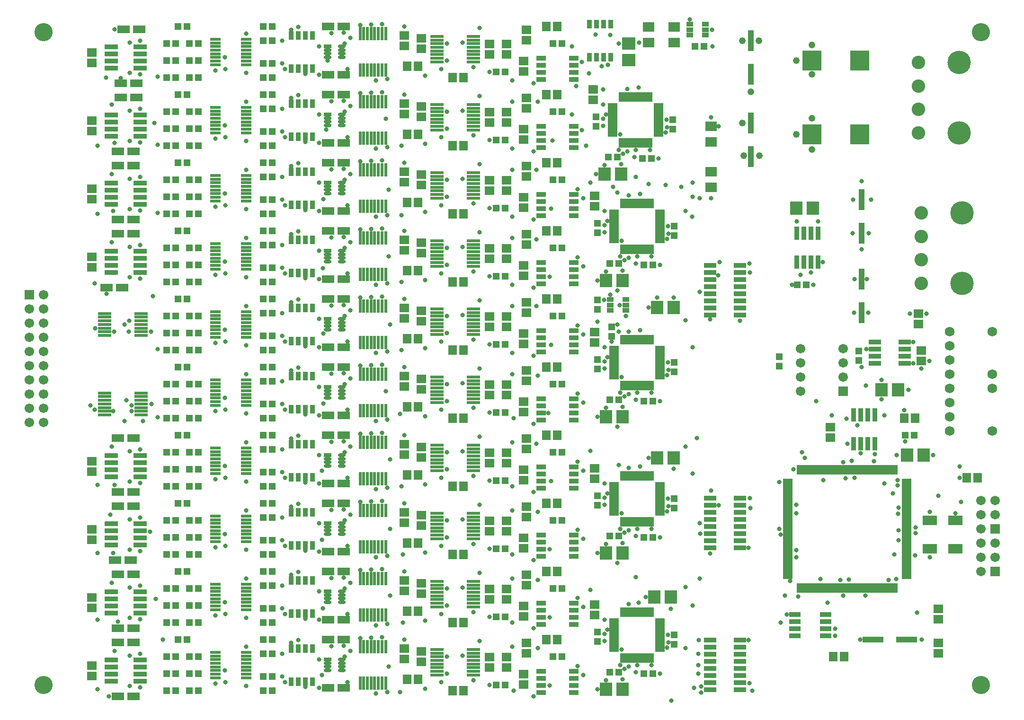
<source format=gts>
%FSLAX23Y23*%
%MOIN*%
G70*
G01*
G75*
%ADD10R,0.051X0.059*%
%ADD11R,0.043X0.039*%
%ADD12R,0.061X0.024*%
%ADD13R,0.059X0.051*%
%ADD14R,0.085X0.016*%
%ADD15R,0.085X0.016*%
%ADD16R,0.063X0.012*%
%ADD17R,0.079X0.087*%
%ADD18R,0.012X0.063*%
%ADD19R,0.016X0.085*%
%ADD20R,0.016X0.085*%
%ADD21R,0.065X0.012*%
%ADD22R,0.048X0.017*%
%ADD23O,0.048X0.017*%
%ADD24R,0.024X0.055*%
%ADD25R,0.079X0.047*%
%ADD26R,0.087X0.024*%
%ADD27R,0.087X0.024*%
%ADD28R,0.039X0.043*%
%ADD29R,0.024X0.087*%
%ADD30R,0.024X0.087*%
%ADD31R,0.031X0.142*%
%ADD32R,0.071X0.063*%
%ADD33R,0.124X0.136*%
%ADD34R,0.087X0.079*%
%ADD35R,0.039X0.024*%
%ADD36R,0.081X0.024*%
%ADD37R,0.073X0.024*%
%ADD38R,0.091X0.059*%
%ADD39R,0.142X0.031*%
%ADD40C,0.010*%
%ADD41C,0.008*%
%ADD42C,0.040*%
%ADD43C,0.012*%
%ADD44C,0.016*%
%ADD45C,0.020*%
%ADD46C,0.030*%
%ADD47R,0.059X0.059*%
%ADD48C,0.059*%
%ADD49C,0.120*%
%ADD50C,0.157*%
%ADD51C,0.087*%
%ADD52C,0.059*%
%ADD53R,0.059X0.059*%
%ADD54C,0.060*%
%ADD55C,0.050*%
%ADD56C,0.025*%
%ADD57C,0.040*%
%ADD58C,0.010*%
%ADD59C,0.008*%
%ADD60C,0.007*%
%ADD61R,0.020X0.008*%
%ADD62C,0.002*%
%ADD63R,0.020X0.008*%
%ADD64R,0.008X0.020*%
%ADD65R,0.059X0.067*%
%ADD66R,0.051X0.047*%
%ADD67R,0.069X0.032*%
%ADD68R,0.067X0.059*%
%ADD69R,0.093X0.024*%
%ADD70R,0.093X0.024*%
%ADD71R,0.071X0.020*%
%ADD72R,0.087X0.095*%
%ADD73R,0.020X0.071*%
%ADD74R,0.024X0.093*%
%ADD75R,0.024X0.093*%
%ADD76R,0.073X0.020*%
%ADD77R,0.056X0.025*%
%ADD78O,0.056X0.025*%
%ADD79R,0.032X0.063*%
%ADD80R,0.087X0.055*%
%ADD81R,0.095X0.032*%
%ADD82R,0.095X0.032*%
%ADD83R,0.047X0.051*%
%ADD84R,0.032X0.095*%
%ADD85R,0.032X0.095*%
%ADD86R,0.039X0.150*%
%ADD87R,0.079X0.071*%
%ADD88R,0.132X0.144*%
%ADD89R,0.095X0.087*%
%ADD90R,0.047X0.032*%
%ADD91R,0.089X0.032*%
%ADD92R,0.081X0.032*%
%ADD93R,0.099X0.067*%
%ADD94R,0.150X0.039*%
%ADD95R,0.067X0.067*%
%ADD96C,0.067*%
%ADD97C,0.128*%
%ADD98C,0.165*%
%ADD99C,0.095*%
%ADD100C,0.067*%
%ADD101R,0.067X0.067*%
%ADD102C,0.068*%
%ADD103C,0.033*%
%ADD104C,0.048*%
D65*
X5817Y3520D02*
D03*
X5743D02*
D03*
X4837Y3240D02*
D03*
X4763D02*
D03*
X5157Y3160D02*
D03*
X5083D02*
D03*
X5817Y4000D02*
D03*
X5743D02*
D03*
X4837Y3720D02*
D03*
X4763D02*
D03*
X5157Y3640D02*
D03*
X5083D02*
D03*
X5817Y4480D02*
D03*
X5743D02*
D03*
X4837Y4200D02*
D03*
X4763D02*
D03*
X5157Y4120D02*
D03*
X5083D02*
D03*
X5817Y4960D02*
D03*
X5743D02*
D03*
X4837Y4680D02*
D03*
X4763D02*
D03*
X5157Y4600D02*
D03*
X5083D02*
D03*
X5817Y5440D02*
D03*
X5743D02*
D03*
X4837Y5160D02*
D03*
X4763D02*
D03*
X5157Y5080D02*
D03*
X5083D02*
D03*
X5817Y5920D02*
D03*
X5743D02*
D03*
X4837Y5640D02*
D03*
X4763D02*
D03*
X5157Y5560D02*
D03*
X5083D02*
D03*
X5817Y6400D02*
D03*
X5743D02*
D03*
X4837Y6120D02*
D03*
X4763D02*
D03*
X5157Y6040D02*
D03*
X5083D02*
D03*
X5817Y6880D02*
D03*
X5743D02*
D03*
X4837Y6600D02*
D03*
X4763D02*
D03*
X5157Y6520D02*
D03*
X5083D02*
D03*
X5817Y7360D02*
D03*
X5743D02*
D03*
X4837Y7080D02*
D03*
X4763D02*
D03*
X5157Y7000D02*
D03*
X5083D02*
D03*
X5817Y7840D02*
D03*
X5743D02*
D03*
X4837Y7560D02*
D03*
X4763D02*
D03*
X5157Y7480D02*
D03*
X5083D02*
D03*
X8703Y4660D02*
D03*
X8777D02*
D03*
X7837Y3400D02*
D03*
X7763D02*
D03*
X8337Y5080D02*
D03*
X8263D02*
D03*
D66*
X5787Y3400D02*
D03*
X5853D02*
D03*
X5453Y3200D02*
D03*
X5387D02*
D03*
X5787Y3880D02*
D03*
X5853D02*
D03*
X5453Y3680D02*
D03*
X5387D02*
D03*
X5787Y4360D02*
D03*
X5853D02*
D03*
X5453Y4160D02*
D03*
X5387D02*
D03*
X5787Y4840D02*
D03*
X5853D02*
D03*
X5453Y4640D02*
D03*
X5387D02*
D03*
X5787Y5320D02*
D03*
X5853D02*
D03*
X5787Y5800D02*
D03*
X5853D02*
D03*
X5453Y5600D02*
D03*
X5387D02*
D03*
X5787Y6280D02*
D03*
X5853D02*
D03*
X5453Y6080D02*
D03*
X5387D02*
D03*
X5787Y6760D02*
D03*
X5853D02*
D03*
X5453Y6560D02*
D03*
X5387D02*
D03*
X5787Y7240D02*
D03*
X5853D02*
D03*
X5453Y7040D02*
D03*
X5387D02*
D03*
X5853Y7720D02*
D03*
X3133Y5200D02*
D03*
X3067D02*
D03*
X3747Y3260D02*
D03*
X3813D02*
D03*
X3747Y3420D02*
D03*
X3813D02*
D03*
X3747Y3520D02*
D03*
X3813D02*
D03*
X3747Y3160D02*
D03*
X3813D02*
D03*
X3067Y3280D02*
D03*
X3133D02*
D03*
X3293D02*
D03*
X3227D02*
D03*
X3293Y3160D02*
D03*
X3227D02*
D03*
X3067Y3400D02*
D03*
X3133D02*
D03*
X3293D02*
D03*
X3227D02*
D03*
X3213Y3520D02*
D03*
X3147D02*
D03*
X3747Y3740D02*
D03*
X3813D02*
D03*
X3747Y3900D02*
D03*
X3813D02*
D03*
X3747Y4000D02*
D03*
X3813D02*
D03*
X3747Y3640D02*
D03*
X3813D02*
D03*
X3067Y3760D02*
D03*
X3133D02*
D03*
X3293D02*
D03*
X3227D02*
D03*
X3293Y3640D02*
D03*
X3227D02*
D03*
X3067Y3880D02*
D03*
X3133D02*
D03*
X3293D02*
D03*
X3227D02*
D03*
X3213Y4000D02*
D03*
X3147D02*
D03*
X3747Y4220D02*
D03*
X3813D02*
D03*
X3747Y4380D02*
D03*
X3813D02*
D03*
X3747Y4480D02*
D03*
X3813D02*
D03*
X3747Y4120D02*
D03*
X3813D02*
D03*
X3067Y4240D02*
D03*
X3133D02*
D03*
X3293D02*
D03*
X3227D02*
D03*
X3067Y4120D02*
D03*
X3133D02*
D03*
X3293D02*
D03*
X3227D02*
D03*
X3067Y4360D02*
D03*
X3133D02*
D03*
X3293D02*
D03*
X3227D02*
D03*
X3213Y4480D02*
D03*
X3147D02*
D03*
X3747Y4700D02*
D03*
X3813D02*
D03*
X3747Y4860D02*
D03*
X3813D02*
D03*
X3747Y4960D02*
D03*
X3813D02*
D03*
X3747Y4600D02*
D03*
X3813D02*
D03*
X3067Y4720D02*
D03*
X3133D02*
D03*
X3293D02*
D03*
X3227D02*
D03*
X3067Y4600D02*
D03*
X3133D02*
D03*
X3293D02*
D03*
X3227D02*
D03*
X3067Y4840D02*
D03*
X3133D02*
D03*
X3293D02*
D03*
X3227D02*
D03*
X3213Y4960D02*
D03*
X3147D02*
D03*
X3747Y5180D02*
D03*
X3813D02*
D03*
X3747Y5340D02*
D03*
X3813D02*
D03*
X3747Y5440D02*
D03*
X3813D02*
D03*
X3747Y5080D02*
D03*
X3813D02*
D03*
X3293Y5200D02*
D03*
X3227D02*
D03*
X3067Y5080D02*
D03*
X3133D02*
D03*
X3293D02*
D03*
X3227D02*
D03*
X3067Y5320D02*
D03*
X3133D02*
D03*
X3293D02*
D03*
X3227D02*
D03*
X3213Y5440D02*
D03*
X3147D02*
D03*
X3747Y5660D02*
D03*
X3813D02*
D03*
X3747Y5820D02*
D03*
X3813D02*
D03*
X3747Y5920D02*
D03*
X3813D02*
D03*
X3747Y5560D02*
D03*
X3813D02*
D03*
X3067Y5680D02*
D03*
X3133D02*
D03*
X3293D02*
D03*
X3227D02*
D03*
X3067Y5560D02*
D03*
X3133D02*
D03*
X3293D02*
D03*
X3227D02*
D03*
X3067Y5800D02*
D03*
X3133D02*
D03*
X3293D02*
D03*
X3227D02*
D03*
X3213Y5920D02*
D03*
X3147D02*
D03*
X3747Y6140D02*
D03*
X3813D02*
D03*
X3747Y6300D02*
D03*
X3813D02*
D03*
X3747Y6400D02*
D03*
X3813D02*
D03*
X3747Y6040D02*
D03*
X3813D02*
D03*
X3067Y6160D02*
D03*
X3133D02*
D03*
X3293D02*
D03*
X3227D02*
D03*
X3067Y6040D02*
D03*
X3133D02*
D03*
X3293D02*
D03*
X3227D02*
D03*
X3067Y6280D02*
D03*
X3133D02*
D03*
X3293D02*
D03*
X3227D02*
D03*
X3213Y6400D02*
D03*
X3147D02*
D03*
X3747Y6620D02*
D03*
X3813D02*
D03*
X3747Y6780D02*
D03*
X3813D02*
D03*
X3747Y6880D02*
D03*
X3813D02*
D03*
X3747Y6520D02*
D03*
X3813D02*
D03*
X3067Y6640D02*
D03*
X3133D02*
D03*
X3293D02*
D03*
X3227D02*
D03*
X3067Y6520D02*
D03*
X3133D02*
D03*
X3293D02*
D03*
X3227D02*
D03*
X3067Y6760D02*
D03*
X3133D02*
D03*
X3293D02*
D03*
X3227D02*
D03*
X3213Y6880D02*
D03*
X3147D02*
D03*
X3747Y7100D02*
D03*
X3813D02*
D03*
X3747Y7260D02*
D03*
X3813D02*
D03*
X3747Y7360D02*
D03*
X3813D02*
D03*
X3747Y7000D02*
D03*
X3813D02*
D03*
X3067Y7120D02*
D03*
X3133D02*
D03*
X3293D02*
D03*
X3227D02*
D03*
X3067Y7000D02*
D03*
X3133D02*
D03*
X3293D02*
D03*
X3227D02*
D03*
X3067Y7240D02*
D03*
X3133D02*
D03*
X3293D02*
D03*
X3227D02*
D03*
X3213Y7360D02*
D03*
X3147D02*
D03*
X3747Y7580D02*
D03*
X3813D02*
D03*
X3747Y7740D02*
D03*
X3813D02*
D03*
X3747Y7840D02*
D03*
X3813D02*
D03*
X3747Y7480D02*
D03*
X3813D02*
D03*
X3067Y7600D02*
D03*
X3133D02*
D03*
X3293D02*
D03*
X3227D02*
D03*
X3067Y7480D02*
D03*
X3133D02*
D03*
X3293D02*
D03*
X3227D02*
D03*
X3067Y7720D02*
D03*
X3133D02*
D03*
X3293D02*
D03*
X3227D02*
D03*
X3213Y7840D02*
D03*
X3147D02*
D03*
X6187Y3290D02*
D03*
X6253D02*
D03*
X6493Y3280D02*
D03*
X6427D02*
D03*
X6187Y4250D02*
D03*
X6253D02*
D03*
X6493Y4240D02*
D03*
X6427D02*
D03*
X6187Y5210D02*
D03*
X6253D02*
D03*
X6493Y5200D02*
D03*
X6427D02*
D03*
X6187Y6170D02*
D03*
X6253D02*
D03*
X6493Y6160D02*
D03*
X6427D02*
D03*
X6177Y6920D02*
D03*
X6243D02*
D03*
X6483Y6910D02*
D03*
X6417D02*
D03*
X5453Y5120D02*
D03*
X5387D02*
D03*
X5787Y7720D02*
D03*
X5453Y7520D02*
D03*
X5387D02*
D03*
X7507Y6020D02*
D03*
X7573D02*
D03*
X6853Y7700D02*
D03*
X6787D02*
D03*
X8267Y4960D02*
D03*
X8333D02*
D03*
X3133Y3160D02*
D03*
X3067D02*
D03*
X3133Y3640D02*
D03*
X3067D02*
D03*
D67*
X5705Y3295D02*
D03*
Y3245D02*
D03*
Y3195D02*
D03*
Y3145D02*
D03*
X5935Y3295D02*
D03*
Y3245D02*
D03*
Y3195D02*
D03*
Y3145D02*
D03*
X5705Y3775D02*
D03*
Y3725D02*
D03*
Y3675D02*
D03*
Y3625D02*
D03*
X5935Y3775D02*
D03*
Y3725D02*
D03*
Y3675D02*
D03*
Y3625D02*
D03*
X5705Y4255D02*
D03*
Y4205D02*
D03*
Y4155D02*
D03*
Y4105D02*
D03*
X5935Y4255D02*
D03*
Y4205D02*
D03*
Y4155D02*
D03*
Y4105D02*
D03*
X5705Y4735D02*
D03*
Y4685D02*
D03*
Y4635D02*
D03*
Y4585D02*
D03*
X5935Y4735D02*
D03*
Y4685D02*
D03*
Y4635D02*
D03*
Y4585D02*
D03*
X5705Y5215D02*
D03*
Y5165D02*
D03*
Y5115D02*
D03*
Y5065D02*
D03*
X5935Y5215D02*
D03*
Y5165D02*
D03*
Y5115D02*
D03*
Y5065D02*
D03*
X5705Y5695D02*
D03*
Y5645D02*
D03*
Y5595D02*
D03*
Y5545D02*
D03*
X5935Y5695D02*
D03*
Y5645D02*
D03*
Y5595D02*
D03*
Y5545D02*
D03*
X5705Y6175D02*
D03*
Y6125D02*
D03*
Y6075D02*
D03*
Y6025D02*
D03*
X5935Y6175D02*
D03*
Y6125D02*
D03*
Y6075D02*
D03*
Y6025D02*
D03*
X5705Y6655D02*
D03*
Y6605D02*
D03*
Y6555D02*
D03*
Y6505D02*
D03*
X5935Y6655D02*
D03*
Y6605D02*
D03*
Y6555D02*
D03*
Y6505D02*
D03*
X5705Y7135D02*
D03*
Y7085D02*
D03*
Y7035D02*
D03*
Y6985D02*
D03*
X5935Y7135D02*
D03*
Y7085D02*
D03*
Y7035D02*
D03*
Y6985D02*
D03*
X5705Y7615D02*
D03*
Y7565D02*
D03*
Y7515D02*
D03*
Y7465D02*
D03*
X5935Y7615D02*
D03*
Y7565D02*
D03*
Y7515D02*
D03*
Y7465D02*
D03*
D68*
X5580Y3203D02*
D03*
Y3277D02*
D03*
X5600Y3423D02*
D03*
Y3497D02*
D03*
X5460Y3323D02*
D03*
Y3397D02*
D03*
X4740Y3383D02*
D03*
Y3457D02*
D03*
X5340Y3323D02*
D03*
Y3397D02*
D03*
X4860Y3363D02*
D03*
Y3437D02*
D03*
X5580Y3683D02*
D03*
Y3757D02*
D03*
X5600Y3903D02*
D03*
Y3977D02*
D03*
X5460Y3803D02*
D03*
Y3877D02*
D03*
X4740Y3863D02*
D03*
Y3937D02*
D03*
X5340Y3803D02*
D03*
Y3877D02*
D03*
X4860Y3843D02*
D03*
Y3917D02*
D03*
X5580Y4163D02*
D03*
Y4237D02*
D03*
X5600Y4383D02*
D03*
Y4457D02*
D03*
X5460Y4283D02*
D03*
Y4357D02*
D03*
X4740Y4343D02*
D03*
Y4417D02*
D03*
X5340Y4283D02*
D03*
Y4357D02*
D03*
X4860Y4323D02*
D03*
Y4397D02*
D03*
X5580Y4643D02*
D03*
Y4717D02*
D03*
X5600Y4863D02*
D03*
Y4937D02*
D03*
X5460Y4763D02*
D03*
Y4837D02*
D03*
X4740Y4823D02*
D03*
Y4897D02*
D03*
X5340Y4763D02*
D03*
Y4837D02*
D03*
X4860Y4803D02*
D03*
Y4877D02*
D03*
X5580Y5123D02*
D03*
Y5197D02*
D03*
X5600Y5343D02*
D03*
Y5417D02*
D03*
X5460Y5243D02*
D03*
Y5317D02*
D03*
X4740Y5303D02*
D03*
Y5377D02*
D03*
X5340Y5243D02*
D03*
Y5317D02*
D03*
X4860Y5283D02*
D03*
Y5357D02*
D03*
X5580Y5603D02*
D03*
Y5677D02*
D03*
X5600Y5823D02*
D03*
Y5897D02*
D03*
X5460Y5723D02*
D03*
Y5797D02*
D03*
X4740Y5783D02*
D03*
Y5857D02*
D03*
X5340Y5723D02*
D03*
Y5797D02*
D03*
X4860Y5763D02*
D03*
Y5837D02*
D03*
X5580Y6083D02*
D03*
Y6157D02*
D03*
X5600Y6303D02*
D03*
Y6377D02*
D03*
X5460Y6203D02*
D03*
Y6277D02*
D03*
X4740Y6263D02*
D03*
Y6337D02*
D03*
X5340Y6203D02*
D03*
Y6277D02*
D03*
X4860Y6243D02*
D03*
Y6317D02*
D03*
X5580Y6563D02*
D03*
Y6637D02*
D03*
X5600Y6783D02*
D03*
Y6857D02*
D03*
X5460Y6683D02*
D03*
Y6757D02*
D03*
X4740Y6743D02*
D03*
Y6817D02*
D03*
X5340Y6683D02*
D03*
Y6757D02*
D03*
X4860Y6723D02*
D03*
Y6797D02*
D03*
X5580Y7043D02*
D03*
Y7117D02*
D03*
X5600Y7263D02*
D03*
Y7337D02*
D03*
X5460Y7163D02*
D03*
Y7237D02*
D03*
X4740Y7223D02*
D03*
Y7297D02*
D03*
X5340Y7163D02*
D03*
Y7237D02*
D03*
X4860Y7203D02*
D03*
Y7277D02*
D03*
X2540Y3263D02*
D03*
Y3337D02*
D03*
Y3743D02*
D03*
Y3817D02*
D03*
Y4223D02*
D03*
Y4297D02*
D03*
Y4703D02*
D03*
Y4777D02*
D03*
Y6143D02*
D03*
Y6217D02*
D03*
Y6623D02*
D03*
Y6697D02*
D03*
Y7103D02*
D03*
Y7177D02*
D03*
Y7583D02*
D03*
Y7657D02*
D03*
X6080Y3767D02*
D03*
Y3693D02*
D03*
Y4727D02*
D03*
Y4653D02*
D03*
Y5687D02*
D03*
Y5613D02*
D03*
Y6647D02*
D03*
Y6573D02*
D03*
X6070Y7397D02*
D03*
Y7323D02*
D03*
X5580Y7523D02*
D03*
Y7597D02*
D03*
X5600Y7743D02*
D03*
Y7817D02*
D03*
X5460Y7643D02*
D03*
Y7717D02*
D03*
X4740Y7703D02*
D03*
Y7777D02*
D03*
X5340Y7643D02*
D03*
Y7717D02*
D03*
X4860Y7683D02*
D03*
Y7757D02*
D03*
X8360Y5817D02*
D03*
Y5743D02*
D03*
X8380Y5483D02*
D03*
Y5557D02*
D03*
X7740Y5017D02*
D03*
Y4943D02*
D03*
X8500Y3423D02*
D03*
Y3497D02*
D03*
Y3663D02*
D03*
Y3737D02*
D03*
D69*
X5229Y3270D02*
D03*
Y3296D02*
D03*
Y3322D02*
D03*
Y3347D02*
D03*
Y3373D02*
D03*
Y3398D02*
D03*
Y3424D02*
D03*
Y3450D02*
D03*
X4971Y3270D02*
D03*
Y3296D02*
D03*
Y3322D02*
D03*
Y3347D02*
D03*
Y3373D02*
D03*
Y3398D02*
D03*
Y3424D02*
D03*
X5229Y3750D02*
D03*
Y3776D02*
D03*
Y3802D02*
D03*
Y3827D02*
D03*
Y3853D02*
D03*
Y3878D02*
D03*
Y3904D02*
D03*
Y3930D02*
D03*
X4971Y3750D02*
D03*
Y3776D02*
D03*
Y3802D02*
D03*
Y3827D02*
D03*
Y3853D02*
D03*
Y3878D02*
D03*
Y3904D02*
D03*
X5229Y4230D02*
D03*
Y4256D02*
D03*
Y4282D02*
D03*
Y4307D02*
D03*
Y4333D02*
D03*
Y4358D02*
D03*
Y4384D02*
D03*
Y4410D02*
D03*
X4971Y4230D02*
D03*
Y4256D02*
D03*
Y4282D02*
D03*
Y4307D02*
D03*
Y4333D02*
D03*
Y4358D02*
D03*
Y4384D02*
D03*
X5229Y4710D02*
D03*
Y4736D02*
D03*
Y4762D02*
D03*
Y4787D02*
D03*
Y4813D02*
D03*
Y4838D02*
D03*
Y4864D02*
D03*
Y4890D02*
D03*
X4971Y4710D02*
D03*
Y4736D02*
D03*
Y4762D02*
D03*
Y4787D02*
D03*
Y4813D02*
D03*
Y4838D02*
D03*
Y4864D02*
D03*
X5229Y5190D02*
D03*
Y5216D02*
D03*
Y5242D02*
D03*
Y5267D02*
D03*
Y5293D02*
D03*
Y5318D02*
D03*
Y5344D02*
D03*
Y5370D02*
D03*
X4971Y5190D02*
D03*
Y5216D02*
D03*
Y5242D02*
D03*
Y5267D02*
D03*
Y5293D02*
D03*
Y5318D02*
D03*
Y5344D02*
D03*
X5229Y5670D02*
D03*
Y5696D02*
D03*
Y5722D02*
D03*
Y5747D02*
D03*
Y5773D02*
D03*
Y5798D02*
D03*
Y5824D02*
D03*
Y5850D02*
D03*
X4971Y5670D02*
D03*
Y5696D02*
D03*
Y5722D02*
D03*
Y5747D02*
D03*
Y5773D02*
D03*
Y5798D02*
D03*
Y5824D02*
D03*
X5229Y6150D02*
D03*
Y6176D02*
D03*
Y6202D02*
D03*
Y6227D02*
D03*
Y6253D02*
D03*
Y6278D02*
D03*
Y6304D02*
D03*
Y6330D02*
D03*
X4971Y6150D02*
D03*
Y6176D02*
D03*
Y6202D02*
D03*
Y6227D02*
D03*
Y6253D02*
D03*
Y6278D02*
D03*
Y6304D02*
D03*
X5229Y6630D02*
D03*
Y6656D02*
D03*
Y6682D02*
D03*
Y6707D02*
D03*
Y6733D02*
D03*
Y6758D02*
D03*
Y6784D02*
D03*
Y6810D02*
D03*
X4971Y6630D02*
D03*
Y6656D02*
D03*
Y6682D02*
D03*
Y6707D02*
D03*
Y6733D02*
D03*
Y6758D02*
D03*
Y6784D02*
D03*
X5229Y7110D02*
D03*
Y7136D02*
D03*
Y7162D02*
D03*
Y7187D02*
D03*
Y7213D02*
D03*
Y7238D02*
D03*
Y7264D02*
D03*
Y7290D02*
D03*
X4971Y7110D02*
D03*
Y7136D02*
D03*
Y7162D02*
D03*
Y7187D02*
D03*
Y7213D02*
D03*
Y7238D02*
D03*
Y7264D02*
D03*
X5229Y7590D02*
D03*
Y7616D02*
D03*
Y7642D02*
D03*
Y7667D02*
D03*
Y7693D02*
D03*
Y7718D02*
D03*
Y7744D02*
D03*
Y7770D02*
D03*
X4971Y7590D02*
D03*
Y7616D02*
D03*
Y7642D02*
D03*
Y7667D02*
D03*
Y7693D02*
D03*
Y7718D02*
D03*
Y7744D02*
D03*
X2889Y5103D02*
D03*
Y5129D02*
D03*
Y5154D02*
D03*
Y5180D02*
D03*
Y5206D02*
D03*
Y5231D02*
D03*
Y5257D02*
D03*
X2631Y5103D02*
D03*
Y5129D02*
D03*
Y5154D02*
D03*
Y5180D02*
D03*
Y5206D02*
D03*
Y5231D02*
D03*
Y5257D02*
D03*
X2889Y5791D02*
D03*
X2631Y5663D02*
D03*
X2889D02*
D03*
X2631Y5766D02*
D03*
Y5740D02*
D03*
X2889Y5766D02*
D03*
Y5740D02*
D03*
Y5714D02*
D03*
X2631D02*
D03*
X2889Y5689D02*
D03*
X2631D02*
D03*
X2889Y5817D02*
D03*
X2631Y5791D02*
D03*
Y5817D02*
D03*
D70*
X4971Y3450D02*
D03*
Y3930D02*
D03*
Y4410D02*
D03*
Y4890D02*
D03*
Y5370D02*
D03*
Y5850D02*
D03*
Y6330D02*
D03*
Y6810D02*
D03*
Y7290D02*
D03*
Y7770D02*
D03*
D71*
X6219Y3619D02*
D03*
Y4579D02*
D03*
Y5539D02*
D03*
Y6361D02*
D03*
X6209Y7111D02*
D03*
X6219Y4441D02*
D03*
Y6499D02*
D03*
X6209Y7249D02*
D03*
Y7288D02*
D03*
Y7269D02*
D03*
Y7229D02*
D03*
Y7210D02*
D03*
Y7190D02*
D03*
Y7170D02*
D03*
Y7150D02*
D03*
Y7131D02*
D03*
Y7091D02*
D03*
Y7072D02*
D03*
X6531Y7288D02*
D03*
Y7269D02*
D03*
Y7249D02*
D03*
Y7229D02*
D03*
Y7210D02*
D03*
Y7190D02*
D03*
Y7170D02*
D03*
Y7150D02*
D03*
Y7131D02*
D03*
Y7111D02*
D03*
Y7091D02*
D03*
Y7072D02*
D03*
X6219Y3658D02*
D03*
Y3639D02*
D03*
Y3599D02*
D03*
Y3580D02*
D03*
Y3560D02*
D03*
Y3540D02*
D03*
Y3520D02*
D03*
Y3501D02*
D03*
Y3481D02*
D03*
Y3461D02*
D03*
Y3442D02*
D03*
X6541Y3658D02*
D03*
Y3639D02*
D03*
Y3619D02*
D03*
Y3599D02*
D03*
Y3580D02*
D03*
Y3560D02*
D03*
Y3540D02*
D03*
Y3520D02*
D03*
Y3501D02*
D03*
Y3481D02*
D03*
Y3461D02*
D03*
Y3442D02*
D03*
X6219Y4618D02*
D03*
Y4599D02*
D03*
Y4559D02*
D03*
Y4540D02*
D03*
Y4520D02*
D03*
Y4500D02*
D03*
Y4480D02*
D03*
Y4461D02*
D03*
Y4421D02*
D03*
Y4402D02*
D03*
X6541Y4618D02*
D03*
Y4599D02*
D03*
Y4579D02*
D03*
Y4559D02*
D03*
Y4540D02*
D03*
Y4520D02*
D03*
Y4500D02*
D03*
Y4480D02*
D03*
Y4461D02*
D03*
Y4441D02*
D03*
Y4421D02*
D03*
Y4402D02*
D03*
X6219Y5578D02*
D03*
Y5559D02*
D03*
Y5519D02*
D03*
Y5500D02*
D03*
Y5480D02*
D03*
Y5460D02*
D03*
Y5440D02*
D03*
Y5421D02*
D03*
Y5401D02*
D03*
Y5381D02*
D03*
Y5362D02*
D03*
X6541Y5578D02*
D03*
Y5559D02*
D03*
Y5539D02*
D03*
Y5519D02*
D03*
Y5500D02*
D03*
Y5480D02*
D03*
Y5460D02*
D03*
Y5440D02*
D03*
Y5421D02*
D03*
Y5401D02*
D03*
Y5381D02*
D03*
Y5362D02*
D03*
X6219Y6538D02*
D03*
Y6519D02*
D03*
Y6479D02*
D03*
Y6460D02*
D03*
Y6440D02*
D03*
Y6420D02*
D03*
Y6400D02*
D03*
Y6381D02*
D03*
Y6341D02*
D03*
Y6322D02*
D03*
X6541Y6538D02*
D03*
Y6519D02*
D03*
Y6499D02*
D03*
Y6479D02*
D03*
Y6460D02*
D03*
Y6440D02*
D03*
Y6420D02*
D03*
Y6400D02*
D03*
Y6381D02*
D03*
Y6361D02*
D03*
Y6341D02*
D03*
Y6322D02*
D03*
X7443Y4644D02*
D03*
Y4625D02*
D03*
Y4605D02*
D03*
Y4585D02*
D03*
Y4566D02*
D03*
Y4546D02*
D03*
Y4526D02*
D03*
Y4507D02*
D03*
Y4487D02*
D03*
Y4467D02*
D03*
Y4448D02*
D03*
Y4428D02*
D03*
Y4408D02*
D03*
Y4389D02*
D03*
Y4369D02*
D03*
Y4349D02*
D03*
Y4330D02*
D03*
Y4310D02*
D03*
Y4290D02*
D03*
Y4270D02*
D03*
Y4251D02*
D03*
Y4231D02*
D03*
Y4211D02*
D03*
Y4192D02*
D03*
Y4172D02*
D03*
Y4152D02*
D03*
Y4133D02*
D03*
Y4113D02*
D03*
Y4093D02*
D03*
Y4074D02*
D03*
Y4054D02*
D03*
Y4034D02*
D03*
Y4015D02*
D03*
Y3995D02*
D03*
Y3975D02*
D03*
Y3956D02*
D03*
X8277Y4644D02*
D03*
Y4625D02*
D03*
Y4605D02*
D03*
Y4585D02*
D03*
Y4566D02*
D03*
Y4546D02*
D03*
Y4526D02*
D03*
Y4507D02*
D03*
Y4487D02*
D03*
Y4467D02*
D03*
Y4448D02*
D03*
Y4428D02*
D03*
Y4408D02*
D03*
Y4389D02*
D03*
Y4369D02*
D03*
Y4349D02*
D03*
Y4330D02*
D03*
Y4310D02*
D03*
Y4290D02*
D03*
Y4270D02*
D03*
Y4251D02*
D03*
Y4231D02*
D03*
Y4211D02*
D03*
Y4192D02*
D03*
Y4172D02*
D03*
Y4152D02*
D03*
Y4133D02*
D03*
Y4113D02*
D03*
Y4093D02*
D03*
Y4074D02*
D03*
Y4054D02*
D03*
Y4034D02*
D03*
Y4015D02*
D03*
Y3995D02*
D03*
Y3975D02*
D03*
Y3956D02*
D03*
D72*
X6639Y5860D02*
D03*
X6521D02*
D03*
X6161Y3170D02*
D03*
X6279D02*
D03*
X6161Y4130D02*
D03*
X6279D02*
D03*
X6161Y5090D02*
D03*
X6279D02*
D03*
X6161Y6050D02*
D03*
X6279D02*
D03*
X6151Y6800D02*
D03*
X6269D02*
D03*
X7501Y6560D02*
D03*
X7619D02*
D03*
X8399Y4820D02*
D03*
X8281D02*
D03*
X6521Y4800D02*
D03*
X6639D02*
D03*
X8101Y5280D02*
D03*
X8219D02*
D03*
X6619Y3820D02*
D03*
X6501D02*
D03*
D73*
X6478Y7341D02*
D03*
X6459D02*
D03*
X6439D02*
D03*
X6419D02*
D03*
X6400D02*
D03*
X6380D02*
D03*
X6360D02*
D03*
X6340D02*
D03*
X6321D02*
D03*
X6301D02*
D03*
X6281D02*
D03*
X6262D02*
D03*
X6478Y7019D02*
D03*
X6459D02*
D03*
X6439D02*
D03*
X6419D02*
D03*
X6400D02*
D03*
X6380D02*
D03*
X6360D02*
D03*
X6340D02*
D03*
X6321D02*
D03*
X6301D02*
D03*
X6281D02*
D03*
X6262D02*
D03*
X6488Y3711D02*
D03*
X6469D02*
D03*
X6449D02*
D03*
X6429D02*
D03*
X6410D02*
D03*
X6390D02*
D03*
X6370D02*
D03*
X6350D02*
D03*
X6331D02*
D03*
X6311D02*
D03*
X6291D02*
D03*
X6272D02*
D03*
X6488Y3389D02*
D03*
X6469D02*
D03*
X6449D02*
D03*
X6429D02*
D03*
X6410D02*
D03*
X6390D02*
D03*
X6370D02*
D03*
X6350D02*
D03*
X6331D02*
D03*
X6311D02*
D03*
X6291D02*
D03*
X6272D02*
D03*
X6488Y4671D02*
D03*
X6469D02*
D03*
X6449D02*
D03*
X6429D02*
D03*
X6410D02*
D03*
X6390D02*
D03*
X6370D02*
D03*
X6350D02*
D03*
X6331D02*
D03*
X6311D02*
D03*
X6291D02*
D03*
X6272D02*
D03*
X6488Y4349D02*
D03*
X6469D02*
D03*
X6449D02*
D03*
X6429D02*
D03*
X6410D02*
D03*
X6390D02*
D03*
X6370D02*
D03*
X6350D02*
D03*
X6331D02*
D03*
X6311D02*
D03*
X6291D02*
D03*
X6272D02*
D03*
X6488Y5631D02*
D03*
X6469D02*
D03*
X6449D02*
D03*
X6429D02*
D03*
X6410D02*
D03*
X6390D02*
D03*
X6370D02*
D03*
X6350D02*
D03*
X6331D02*
D03*
X6311D02*
D03*
X6291D02*
D03*
X6272D02*
D03*
X6488Y5309D02*
D03*
X6469D02*
D03*
X6449D02*
D03*
X6429D02*
D03*
X6410D02*
D03*
X6390D02*
D03*
X6370D02*
D03*
X6350D02*
D03*
X6331D02*
D03*
X6311D02*
D03*
X6291D02*
D03*
X6272D02*
D03*
X6488Y6591D02*
D03*
X6469D02*
D03*
X6449D02*
D03*
X6429D02*
D03*
X6410D02*
D03*
X6390D02*
D03*
X6370D02*
D03*
X6350D02*
D03*
X6331D02*
D03*
X6311D02*
D03*
X6291D02*
D03*
X6272D02*
D03*
X6488Y6269D02*
D03*
X6469D02*
D03*
X6449D02*
D03*
X6429D02*
D03*
X6410D02*
D03*
X6390D02*
D03*
X6370D02*
D03*
X6350D02*
D03*
X6331D02*
D03*
X6311D02*
D03*
X6291D02*
D03*
X6272D02*
D03*
X8204Y4717D02*
D03*
X8185D02*
D03*
X8165D02*
D03*
X8145D02*
D03*
X8126D02*
D03*
X8106D02*
D03*
X8086D02*
D03*
X8067D02*
D03*
X8047D02*
D03*
X8027D02*
D03*
X8008D02*
D03*
X7988D02*
D03*
X7968D02*
D03*
X7949D02*
D03*
X7929D02*
D03*
X7909D02*
D03*
X7890D02*
D03*
X7870D02*
D03*
X7850D02*
D03*
X7830D02*
D03*
X7811D02*
D03*
X7791D02*
D03*
X7771D02*
D03*
X7752D02*
D03*
X7732D02*
D03*
X7712D02*
D03*
X7693D02*
D03*
X7673D02*
D03*
X7653D02*
D03*
X7634D02*
D03*
X7614D02*
D03*
X7594D02*
D03*
X7575D02*
D03*
X7555D02*
D03*
X7535D02*
D03*
X7516D02*
D03*
X8204Y3883D02*
D03*
X8185D02*
D03*
X8165D02*
D03*
X8145D02*
D03*
X8126D02*
D03*
X8106D02*
D03*
X8086D02*
D03*
X8067D02*
D03*
X8047D02*
D03*
X8027D02*
D03*
X8008D02*
D03*
X7988D02*
D03*
X7968D02*
D03*
X7949D02*
D03*
X7929D02*
D03*
X7909D02*
D03*
X7890D02*
D03*
X7870D02*
D03*
X7850D02*
D03*
X7830D02*
D03*
X7811D02*
D03*
X7791D02*
D03*
X7771D02*
D03*
X7752D02*
D03*
X7732D02*
D03*
X7712D02*
D03*
X7693D02*
D03*
X7673D02*
D03*
X7653D02*
D03*
X7634D02*
D03*
X7614D02*
D03*
X7594D02*
D03*
X7575D02*
D03*
X7555D02*
D03*
X7535D02*
D03*
X7516D02*
D03*
D74*
X4430Y7531D02*
D03*
Y3211D02*
D03*
Y4171D02*
D03*
Y4651D02*
D03*
Y5131D02*
D03*
Y5611D02*
D03*
Y6091D02*
D03*
Y6571D02*
D03*
Y7051D02*
D03*
Y3691D02*
D03*
D75*
X4456Y7531D02*
D03*
X4482D02*
D03*
X4507D02*
D03*
X4533D02*
D03*
X4558D02*
D03*
X4584D02*
D03*
X4610D02*
D03*
X4430Y7789D02*
D03*
X4456D02*
D03*
X4482D02*
D03*
X4507D02*
D03*
X4533D02*
D03*
X4558D02*
D03*
X4584D02*
D03*
X4610D02*
D03*
Y3469D02*
D03*
X4584D02*
D03*
X4558D02*
D03*
X4533D02*
D03*
X4507D02*
D03*
X4482D02*
D03*
X4456D02*
D03*
X4430D02*
D03*
X4610Y3211D02*
D03*
X4584D02*
D03*
X4558D02*
D03*
X4533D02*
D03*
X4507D02*
D03*
X4482D02*
D03*
X4456D02*
D03*
X4610Y4429D02*
D03*
X4584D02*
D03*
X4558D02*
D03*
X4533D02*
D03*
X4507D02*
D03*
X4482D02*
D03*
X4456D02*
D03*
X4430D02*
D03*
X4610Y4171D02*
D03*
X4584D02*
D03*
X4558D02*
D03*
X4533D02*
D03*
X4507D02*
D03*
X4482D02*
D03*
X4456D02*
D03*
X4610Y4909D02*
D03*
X4584D02*
D03*
X4558D02*
D03*
X4533D02*
D03*
X4507D02*
D03*
X4482D02*
D03*
X4456D02*
D03*
X4430D02*
D03*
X4610Y4651D02*
D03*
X4584D02*
D03*
X4558D02*
D03*
X4533D02*
D03*
X4507D02*
D03*
X4482D02*
D03*
X4456D02*
D03*
X4610Y5389D02*
D03*
X4584D02*
D03*
X4558D02*
D03*
X4533D02*
D03*
X4507D02*
D03*
X4482D02*
D03*
X4456D02*
D03*
X4430D02*
D03*
X4610Y5131D02*
D03*
X4584D02*
D03*
X4558D02*
D03*
X4533D02*
D03*
X4507D02*
D03*
X4482D02*
D03*
X4456D02*
D03*
X4610Y5869D02*
D03*
X4584D02*
D03*
X4558D02*
D03*
X4533D02*
D03*
X4507D02*
D03*
X4482D02*
D03*
X4456D02*
D03*
X4430D02*
D03*
X4610Y5611D02*
D03*
X4584D02*
D03*
X4558D02*
D03*
X4533D02*
D03*
X4507D02*
D03*
X4482D02*
D03*
X4456D02*
D03*
X4610Y6349D02*
D03*
X4584D02*
D03*
X4558D02*
D03*
X4533D02*
D03*
X4507D02*
D03*
X4482D02*
D03*
X4456D02*
D03*
X4430D02*
D03*
X4610Y6091D02*
D03*
X4584D02*
D03*
X4558D02*
D03*
X4533D02*
D03*
X4507D02*
D03*
X4482D02*
D03*
X4456D02*
D03*
X4610Y6829D02*
D03*
X4584D02*
D03*
X4558D02*
D03*
X4533D02*
D03*
X4507D02*
D03*
X4482D02*
D03*
X4456D02*
D03*
X4430D02*
D03*
X4610Y6571D02*
D03*
X4584D02*
D03*
X4558D02*
D03*
X4533D02*
D03*
X4507D02*
D03*
X4482D02*
D03*
X4456D02*
D03*
X4610Y7309D02*
D03*
X4584D02*
D03*
X4558D02*
D03*
X4533D02*
D03*
X4507D02*
D03*
X4482D02*
D03*
X4456D02*
D03*
X4430D02*
D03*
X4610Y7051D02*
D03*
X4584D02*
D03*
X4558D02*
D03*
X4533D02*
D03*
X4507D02*
D03*
X4482D02*
D03*
X4456D02*
D03*
Y3691D02*
D03*
X4482D02*
D03*
X4507D02*
D03*
X4533D02*
D03*
X4558D02*
D03*
X4584D02*
D03*
X4610D02*
D03*
X4430Y3949D02*
D03*
X4456D02*
D03*
X4482D02*
D03*
X4507D02*
D03*
X4533D02*
D03*
X4558D02*
D03*
X4584D02*
D03*
X4610D02*
D03*
D76*
X3411Y3430D02*
D03*
Y3404D02*
D03*
Y3378D02*
D03*
Y3353D02*
D03*
Y3327D02*
D03*
Y3302D02*
D03*
Y3276D02*
D03*
Y3250D02*
D03*
X3629Y3430D02*
D03*
Y3404D02*
D03*
Y3378D02*
D03*
Y3353D02*
D03*
Y3327D02*
D03*
Y3302D02*
D03*
Y3276D02*
D03*
Y3250D02*
D03*
X3411Y3910D02*
D03*
Y3884D02*
D03*
Y3858D02*
D03*
Y3833D02*
D03*
Y3807D02*
D03*
Y3782D02*
D03*
Y3756D02*
D03*
Y3730D02*
D03*
X3629Y3910D02*
D03*
Y3884D02*
D03*
Y3858D02*
D03*
Y3833D02*
D03*
Y3807D02*
D03*
Y3782D02*
D03*
Y3756D02*
D03*
Y3730D02*
D03*
X3411Y4390D02*
D03*
Y4364D02*
D03*
Y4338D02*
D03*
Y4313D02*
D03*
Y4287D02*
D03*
Y4262D02*
D03*
Y4236D02*
D03*
Y4210D02*
D03*
X3629Y4390D02*
D03*
Y4364D02*
D03*
Y4338D02*
D03*
Y4313D02*
D03*
Y4287D02*
D03*
Y4262D02*
D03*
Y4236D02*
D03*
Y4210D02*
D03*
X3411Y4870D02*
D03*
Y4844D02*
D03*
Y4818D02*
D03*
Y4793D02*
D03*
Y4767D02*
D03*
Y4742D02*
D03*
Y4716D02*
D03*
Y4690D02*
D03*
X3629Y4870D02*
D03*
Y4844D02*
D03*
Y4818D02*
D03*
Y4793D02*
D03*
Y4767D02*
D03*
Y4742D02*
D03*
Y4716D02*
D03*
Y4690D02*
D03*
X3411Y5350D02*
D03*
Y5324D02*
D03*
Y5298D02*
D03*
Y5273D02*
D03*
Y5247D02*
D03*
Y5222D02*
D03*
Y5196D02*
D03*
Y5170D02*
D03*
X3629Y5350D02*
D03*
Y5324D02*
D03*
Y5298D02*
D03*
Y5273D02*
D03*
Y5247D02*
D03*
Y5222D02*
D03*
Y5196D02*
D03*
Y5170D02*
D03*
X3411Y5830D02*
D03*
Y5804D02*
D03*
Y5778D02*
D03*
Y5753D02*
D03*
Y5727D02*
D03*
Y5702D02*
D03*
Y5676D02*
D03*
Y5650D02*
D03*
X3629Y5830D02*
D03*
Y5804D02*
D03*
Y5778D02*
D03*
Y5753D02*
D03*
Y5727D02*
D03*
Y5702D02*
D03*
Y5676D02*
D03*
Y5650D02*
D03*
X3411Y6310D02*
D03*
Y6284D02*
D03*
Y6258D02*
D03*
Y6233D02*
D03*
Y6207D02*
D03*
Y6182D02*
D03*
Y6156D02*
D03*
Y6130D02*
D03*
X3629Y6310D02*
D03*
Y6284D02*
D03*
Y6258D02*
D03*
Y6233D02*
D03*
Y6207D02*
D03*
Y6182D02*
D03*
Y6156D02*
D03*
Y6130D02*
D03*
X3411Y6790D02*
D03*
Y6764D02*
D03*
Y6738D02*
D03*
Y6713D02*
D03*
Y6687D02*
D03*
Y6662D02*
D03*
Y6636D02*
D03*
Y6610D02*
D03*
X3629Y6790D02*
D03*
Y6764D02*
D03*
Y6738D02*
D03*
Y6713D02*
D03*
Y6687D02*
D03*
Y6662D02*
D03*
Y6636D02*
D03*
Y6610D02*
D03*
X3411Y7270D02*
D03*
Y7244D02*
D03*
Y7218D02*
D03*
Y7193D02*
D03*
Y7167D02*
D03*
Y7142D02*
D03*
Y7116D02*
D03*
Y7090D02*
D03*
X3629Y7270D02*
D03*
Y7244D02*
D03*
Y7218D02*
D03*
Y7193D02*
D03*
Y7167D02*
D03*
Y7142D02*
D03*
Y7116D02*
D03*
Y7090D02*
D03*
X3411Y7750D02*
D03*
Y7724D02*
D03*
Y7698D02*
D03*
Y7673D02*
D03*
Y7647D02*
D03*
Y7622D02*
D03*
Y7596D02*
D03*
Y7570D02*
D03*
X3629Y7750D02*
D03*
Y7724D02*
D03*
Y7698D02*
D03*
Y7673D02*
D03*
Y7647D02*
D03*
Y7622D02*
D03*
Y7596D02*
D03*
Y7570D02*
D03*
D77*
X4200Y3380D02*
D03*
Y3860D02*
D03*
Y4340D02*
D03*
Y4820D02*
D03*
Y5300D02*
D03*
Y5780D02*
D03*
Y6260D02*
D03*
Y6740D02*
D03*
Y7220D02*
D03*
Y7700D02*
D03*
D78*
Y3354D02*
D03*
Y3329D02*
D03*
Y3303D02*
D03*
X4303Y3380D02*
D03*
Y3354D02*
D03*
Y3329D02*
D03*
Y3303D02*
D03*
X4200Y3834D02*
D03*
Y3809D02*
D03*
Y3783D02*
D03*
X4303Y3860D02*
D03*
Y3834D02*
D03*
Y3809D02*
D03*
Y3783D02*
D03*
X4200Y4314D02*
D03*
Y4289D02*
D03*
Y4263D02*
D03*
X4303Y4340D02*
D03*
Y4314D02*
D03*
Y4289D02*
D03*
Y4263D02*
D03*
X4200Y4794D02*
D03*
Y4769D02*
D03*
Y4743D02*
D03*
X4303Y4820D02*
D03*
Y4794D02*
D03*
Y4769D02*
D03*
Y4743D02*
D03*
X4200Y5274D02*
D03*
Y5249D02*
D03*
Y5223D02*
D03*
X4303Y5300D02*
D03*
Y5274D02*
D03*
Y5249D02*
D03*
Y5223D02*
D03*
X4200Y5754D02*
D03*
Y5729D02*
D03*
Y5703D02*
D03*
X4303Y5780D02*
D03*
Y5754D02*
D03*
Y5729D02*
D03*
Y5703D02*
D03*
X4200Y6234D02*
D03*
Y6209D02*
D03*
Y6183D02*
D03*
X4303Y6260D02*
D03*
Y6234D02*
D03*
Y6209D02*
D03*
Y6183D02*
D03*
X4200Y6714D02*
D03*
Y6689D02*
D03*
Y6663D02*
D03*
X4303Y6740D02*
D03*
Y6714D02*
D03*
Y6689D02*
D03*
Y6663D02*
D03*
X4200Y7194D02*
D03*
Y7169D02*
D03*
Y7143D02*
D03*
X4303Y7220D02*
D03*
Y7194D02*
D03*
Y7169D02*
D03*
Y7143D02*
D03*
Y7623D02*
D03*
Y7649D02*
D03*
Y7674D02*
D03*
Y7700D02*
D03*
X4200Y7623D02*
D03*
Y7649D02*
D03*
Y7674D02*
D03*
D79*
X4095Y3456D02*
D03*
X4045D02*
D03*
X3995D02*
D03*
X3945D02*
D03*
X4095Y3224D02*
D03*
X4045D02*
D03*
X3995D02*
D03*
X3945D02*
D03*
X4095Y3936D02*
D03*
X4045D02*
D03*
X3995D02*
D03*
X3945D02*
D03*
X4095Y3704D02*
D03*
X4045D02*
D03*
X3995D02*
D03*
X3945D02*
D03*
X4095Y4416D02*
D03*
X4045D02*
D03*
X3995D02*
D03*
X3945D02*
D03*
X4095Y4184D02*
D03*
X4045D02*
D03*
X3995D02*
D03*
X3945D02*
D03*
X4095Y4896D02*
D03*
X4045D02*
D03*
X3995D02*
D03*
X3945D02*
D03*
X4095Y4664D02*
D03*
X4045D02*
D03*
X3995D02*
D03*
X3945D02*
D03*
X4095Y5376D02*
D03*
X4045D02*
D03*
X3995D02*
D03*
X3945D02*
D03*
X4095Y5144D02*
D03*
X4045D02*
D03*
X3995D02*
D03*
X3945D02*
D03*
X4095Y5856D02*
D03*
X4045D02*
D03*
X3995D02*
D03*
X3945D02*
D03*
X4095Y5624D02*
D03*
X4045D02*
D03*
X3995D02*
D03*
X3945D02*
D03*
X4095Y6336D02*
D03*
X4045D02*
D03*
X3995D02*
D03*
X3945D02*
D03*
X4095Y6104D02*
D03*
X4045D02*
D03*
X3995D02*
D03*
X3945D02*
D03*
X4095Y6816D02*
D03*
X4045D02*
D03*
X3995D02*
D03*
X3945D02*
D03*
X4095Y6584D02*
D03*
X4045D02*
D03*
X3995D02*
D03*
X3945D02*
D03*
X4095Y7296D02*
D03*
X4045D02*
D03*
X3995D02*
D03*
X3945D02*
D03*
X4095Y7064D02*
D03*
X4045D02*
D03*
X3995D02*
D03*
X3945D02*
D03*
X4095Y7776D02*
D03*
X4045D02*
D03*
X3995D02*
D03*
X3945D02*
D03*
X4095Y7544D02*
D03*
X4045D02*
D03*
X3995D02*
D03*
X3945D02*
D03*
X6195Y7856D02*
D03*
X6145D02*
D03*
X6095D02*
D03*
X6045D02*
D03*
X6195Y7624D02*
D03*
X6145D02*
D03*
X6095D02*
D03*
X6045D02*
D03*
D80*
X4315Y3520D02*
D03*
X4205D02*
D03*
X4315Y3180D02*
D03*
X4205D02*
D03*
X4315Y4000D02*
D03*
X4205D02*
D03*
X4315Y3660D02*
D03*
X4205D02*
D03*
X4315Y4480D02*
D03*
X4205D02*
D03*
X4315Y4140D02*
D03*
X4205D02*
D03*
X4315Y4960D02*
D03*
X4205D02*
D03*
X4315Y4620D02*
D03*
X4205D02*
D03*
X4315Y5440D02*
D03*
X4205D02*
D03*
X4315Y5100D02*
D03*
X4205D02*
D03*
X4315Y5920D02*
D03*
X4205D02*
D03*
X4315Y5580D02*
D03*
X4205D02*
D03*
X4315Y6400D02*
D03*
X4205D02*
D03*
X4315Y6060D02*
D03*
X4205D02*
D03*
X4315Y6880D02*
D03*
X4205D02*
D03*
X4315Y6540D02*
D03*
X4205D02*
D03*
X4315Y7360D02*
D03*
X4205D02*
D03*
X4315Y7020D02*
D03*
X4205D02*
D03*
X4315Y7840D02*
D03*
X4205D02*
D03*
X4315Y7500D02*
D03*
X4205D02*
D03*
X2725Y3120D02*
D03*
X2835D02*
D03*
X2725Y3600D02*
D03*
X2835D02*
D03*
X2705Y4080D02*
D03*
X2815D02*
D03*
X2725Y4560D02*
D03*
X2835D02*
D03*
X2645Y6000D02*
D03*
X2755D02*
D03*
X2725Y6480D02*
D03*
X2835D02*
D03*
X2725Y6960D02*
D03*
X2835D02*
D03*
X2745Y7440D02*
D03*
X2855D02*
D03*
X2835Y3500D02*
D03*
X2725D02*
D03*
X2835Y3980D02*
D03*
X2725D02*
D03*
X2835Y4460D02*
D03*
X2725D02*
D03*
X2835Y4940D02*
D03*
X2725D02*
D03*
X2835Y6380D02*
D03*
X2725D02*
D03*
X2835Y6860D02*
D03*
X2725D02*
D03*
X2855Y7340D02*
D03*
X2745D02*
D03*
X2875Y7820D02*
D03*
X2765D02*
D03*
D81*
X2678Y3325D02*
D03*
Y3275D02*
D03*
Y3225D02*
D03*
X2882Y3375D02*
D03*
Y3325D02*
D03*
Y3275D02*
D03*
Y3225D02*
D03*
X2678Y3805D02*
D03*
Y3755D02*
D03*
Y3705D02*
D03*
X2882Y3855D02*
D03*
Y3805D02*
D03*
Y3755D02*
D03*
Y3705D02*
D03*
X2678Y4285D02*
D03*
Y4235D02*
D03*
Y4185D02*
D03*
X2882Y4335D02*
D03*
Y4285D02*
D03*
Y4235D02*
D03*
Y4185D02*
D03*
X2678Y4765D02*
D03*
Y4715D02*
D03*
Y4665D02*
D03*
X2882Y4815D02*
D03*
Y4765D02*
D03*
Y4715D02*
D03*
Y4665D02*
D03*
X2678Y6205D02*
D03*
Y6155D02*
D03*
Y6105D02*
D03*
X2882Y6255D02*
D03*
Y6205D02*
D03*
Y6155D02*
D03*
Y6105D02*
D03*
X2678Y6685D02*
D03*
Y6635D02*
D03*
Y6585D02*
D03*
X2882Y6735D02*
D03*
Y6685D02*
D03*
Y6635D02*
D03*
Y6585D02*
D03*
X2678Y7165D02*
D03*
Y7115D02*
D03*
Y7065D02*
D03*
X2882Y7215D02*
D03*
Y7165D02*
D03*
Y7115D02*
D03*
Y7065D02*
D03*
X2678Y7645D02*
D03*
Y7595D02*
D03*
Y7545D02*
D03*
X2882Y7695D02*
D03*
Y7645D02*
D03*
Y7595D02*
D03*
Y7545D02*
D03*
D82*
X2678Y3375D02*
D03*
Y3855D02*
D03*
Y4335D02*
D03*
Y4815D02*
D03*
Y6255D02*
D03*
Y6735D02*
D03*
Y7215D02*
D03*
Y7695D02*
D03*
D83*
X6100Y3573D02*
D03*
Y3507D02*
D03*
X6640Y3553D02*
D03*
Y3487D02*
D03*
X6100Y4533D02*
D03*
Y4467D02*
D03*
X6640Y4513D02*
D03*
Y4447D02*
D03*
X6100Y5493D02*
D03*
Y5427D02*
D03*
X6640Y5473D02*
D03*
Y5407D02*
D03*
X6100Y6453D02*
D03*
Y6387D02*
D03*
X6640Y6433D02*
D03*
Y6367D02*
D03*
X6090Y7203D02*
D03*
Y7137D02*
D03*
X6630Y7183D02*
D03*
Y7117D02*
D03*
X6100Y5913D02*
D03*
Y5847D02*
D03*
X7380Y5513D02*
D03*
Y5447D02*
D03*
X7940Y5553D02*
D03*
Y5487D02*
D03*
X6200Y5655D02*
D03*
Y5721D02*
D03*
D84*
X7555Y6178D02*
D03*
X7605D02*
D03*
X7655D02*
D03*
X7505Y6382D02*
D03*
X7555D02*
D03*
X7605D02*
D03*
X7655D02*
D03*
X8005Y5102D02*
D03*
X7955D02*
D03*
X7905D02*
D03*
X8055Y4898D02*
D03*
X8005D02*
D03*
X7955D02*
D03*
X7905D02*
D03*
D85*
X7505Y6178D02*
D03*
X8055Y5102D02*
D03*
D86*
X7960Y6618D02*
D03*
Y6382D02*
D03*
X7180Y6922D02*
D03*
Y7158D02*
D03*
X7960Y6058D02*
D03*
Y5822D02*
D03*
X7180Y7738D02*
D03*
Y7502D02*
D03*
D87*
X6900Y6705D02*
D03*
Y6815D02*
D03*
Y7025D02*
D03*
Y7135D02*
D03*
X6460Y7725D02*
D03*
Y7835D02*
D03*
X6640D02*
D03*
Y7725D02*
D03*
D88*
X7949Y7080D02*
D03*
X7611D02*
D03*
X7949Y7600D02*
D03*
X7611D02*
D03*
D89*
X6320Y7719D02*
D03*
Y7601D02*
D03*
D90*
X6300Y5840D02*
D03*
Y5877D02*
D03*
Y5915D02*
D03*
X6190Y5840D02*
D03*
Y5877D02*
D03*
Y5915D02*
D03*
X6750Y7855D02*
D03*
Y7817D02*
D03*
Y7780D02*
D03*
X6860Y7855D02*
D03*
Y7817D02*
D03*
Y7780D02*
D03*
D91*
X7105Y5805D02*
D03*
Y5855D02*
D03*
Y5905D02*
D03*
Y5955D02*
D03*
Y6005D02*
D03*
Y6055D02*
D03*
Y6105D02*
D03*
Y6155D02*
D03*
X6895Y5805D02*
D03*
Y5855D02*
D03*
Y5905D02*
D03*
Y5955D02*
D03*
Y6005D02*
D03*
Y6055D02*
D03*
Y6105D02*
D03*
Y6155D02*
D03*
X7105Y4165D02*
D03*
Y4215D02*
D03*
Y4265D02*
D03*
Y4315D02*
D03*
Y4365D02*
D03*
Y4415D02*
D03*
Y4465D02*
D03*
Y4515D02*
D03*
X6895Y4165D02*
D03*
Y4215D02*
D03*
Y4265D02*
D03*
Y4315D02*
D03*
Y4365D02*
D03*
Y4415D02*
D03*
Y4465D02*
D03*
Y4515D02*
D03*
X6895Y3515D02*
D03*
Y3465D02*
D03*
Y3415D02*
D03*
Y3365D02*
D03*
Y3315D02*
D03*
Y3265D02*
D03*
Y3215D02*
D03*
Y3165D02*
D03*
X7105Y3515D02*
D03*
Y3465D02*
D03*
Y3415D02*
D03*
Y3365D02*
D03*
Y3315D02*
D03*
Y3265D02*
D03*
Y3215D02*
D03*
Y3165D02*
D03*
X8055Y5615D02*
D03*
Y5565D02*
D03*
Y5515D02*
D03*
Y5465D02*
D03*
X8265Y5615D02*
D03*
Y5565D02*
D03*
Y5515D02*
D03*
Y5465D02*
D03*
D92*
X7491Y3695D02*
D03*
Y3645D02*
D03*
Y3595D02*
D03*
Y3545D02*
D03*
X7709Y3695D02*
D03*
Y3645D02*
D03*
Y3595D02*
D03*
Y3545D02*
D03*
D93*
X8440Y4360D02*
D03*
Y4160D02*
D03*
X8621Y4360D02*
D03*
Y4160D02*
D03*
D94*
X8278Y3520D02*
D03*
X8042D02*
D03*
D95*
X8900Y4300D02*
D03*
X2100Y5950D02*
D03*
X8900Y4000D02*
D03*
D96*
X8800Y4300D02*
D03*
X8900Y4400D02*
D03*
X8800D02*
D03*
X8900Y4500D02*
D03*
X8800D02*
D03*
X2200Y5950D02*
D03*
X2100Y5850D02*
D03*
X2200D02*
D03*
X2100Y5750D02*
D03*
X2200D02*
D03*
X2100Y5650D02*
D03*
X2200D02*
D03*
X2100Y5550D02*
D03*
X2200D02*
D03*
X2100Y5450D02*
D03*
X2200D02*
D03*
X2100Y5350D02*
D03*
X2200D02*
D03*
X2100Y5250D02*
D03*
X2200D02*
D03*
X2100Y5150D02*
D03*
X2200D02*
D03*
X2100Y5050D02*
D03*
X2200D02*
D03*
X8800Y4200D02*
D03*
X8900D02*
D03*
X8800Y4100D02*
D03*
X8900D02*
D03*
X8800Y4000D02*
D03*
D97*
Y7800D02*
D03*
Y3200D02*
D03*
X2200D02*
D03*
Y7800D02*
D03*
D98*
X8667Y6029D02*
D03*
Y6525D02*
D03*
X8647Y7089D02*
D03*
Y7585D02*
D03*
D99*
X8380Y6029D02*
D03*
Y6195D02*
D03*
Y6525D02*
D03*
Y6360D02*
D03*
X8360Y7089D02*
D03*
Y7255D02*
D03*
Y7585D02*
D03*
Y7420D02*
D03*
D100*
X7530Y5570D02*
D03*
Y5470D02*
D03*
Y5370D02*
D03*
Y5270D02*
D03*
X7830Y5570D02*
D03*
Y5470D02*
D03*
Y5370D02*
D03*
D101*
Y5270D02*
D03*
D102*
X8880Y5390D02*
D03*
Y5690D02*
D03*
X8580Y5390D02*
D03*
Y5490D02*
D03*
Y5690D02*
D03*
Y5590D02*
D03*
X8880Y4990D02*
D03*
Y5290D02*
D03*
X8580Y4990D02*
D03*
Y5090D02*
D03*
Y5290D02*
D03*
Y5190D02*
D03*
D103*
X4631Y3329D02*
D03*
X6639Y5929D02*
D03*
X6619Y3737D02*
D03*
X6639Y4721D02*
D03*
X6370Y3960D02*
D03*
X6250Y4750D02*
D03*
Y5690D02*
D03*
X6240Y6670D02*
D03*
X7950Y3520D02*
D03*
X8384D02*
D03*
X7560Y4800D02*
D03*
X8120Y4620D02*
D03*
X7540Y4840D02*
D03*
X8180Y4550D02*
D03*
X7862Y4898D02*
D03*
X7955Y4831D02*
D03*
X7930Y5030D02*
D03*
X7856Y5076D02*
D03*
X8120Y5100D02*
D03*
X8055Y4825D02*
D03*
X8208Y4820D02*
D03*
X8464D02*
D03*
X6090Y6800D02*
D03*
X6151Y6861D02*
D03*
X6269Y6869D02*
D03*
X6281Y6941D02*
D03*
X6250Y6970D02*
D03*
X6310Y6960D02*
D03*
X6142Y7288D02*
D03*
X6140Y7190D02*
D03*
Y7140D02*
D03*
X2560Y6030D02*
D03*
X2580Y6520D02*
D03*
Y7000D02*
D03*
X2640Y7480D02*
D03*
X2807Y3407D02*
D03*
X2882Y3418D02*
D03*
X2807Y3193D02*
D03*
X2882Y3182D02*
D03*
X2807Y3887D02*
D03*
X2882Y3898D02*
D03*
X2807Y3673D02*
D03*
X2882Y3662D02*
D03*
X2807Y4367D02*
D03*
X2882Y4378D02*
D03*
X2807Y4153D02*
D03*
X2882Y4142D02*
D03*
X2807Y4847D02*
D03*
X2882Y4858D02*
D03*
X2807Y4633D02*
D03*
X2882Y4622D02*
D03*
X2807Y6287D02*
D03*
X2882Y6298D02*
D03*
X2807Y6073D02*
D03*
X2882Y6062D02*
D03*
X2807Y6767D02*
D03*
X2882Y6778D02*
D03*
X2807Y6553D02*
D03*
X2882Y6542D02*
D03*
X2807Y7247D02*
D03*
X2882Y7258D02*
D03*
X2807Y7033D02*
D03*
X2882Y7022D02*
D03*
Y7502D02*
D03*
X4507Y7853D02*
D03*
X4584Y7856D02*
D03*
X4430Y7850D02*
D03*
X4540Y7460D02*
D03*
X3629Y7511D02*
D03*
X4140Y7700D02*
D03*
X4340Y7540D02*
D03*
X4140Y7500D02*
D03*
X4200Y7600D02*
D03*
X4315Y7795D02*
D03*
X4227Y7793D02*
D03*
X4320Y7720D02*
D03*
X3995Y7835D02*
D03*
X3945Y7815D02*
D03*
X3900Y7540D02*
D03*
X4045Y7505D02*
D03*
X3880Y7740D02*
D03*
Y7580D02*
D03*
X3629Y7789D02*
D03*
X3480Y7540D02*
D03*
X3411Y7529D02*
D03*
X3478Y7622D02*
D03*
X2807Y7513D02*
D03*
Y7727D02*
D03*
X2882Y7738D02*
D03*
X6590Y7130D02*
D03*
X6587Y7183D02*
D03*
X6581Y7091D02*
D03*
X6470Y6970D02*
D03*
X6370D02*
D03*
X6360Y6920D02*
D03*
X6530Y6910D02*
D03*
X6310Y7400D02*
D03*
X6262Y7078D02*
D03*
X6160Y7220D02*
D03*
X6291Y6191D02*
D03*
X6161Y6111D02*
D03*
X6150Y6390D02*
D03*
Y6440D02*
D03*
X6152Y6538D02*
D03*
X6600Y6380D02*
D03*
X6597Y6433D02*
D03*
X6370Y6170D02*
D03*
X6480Y6220D02*
D03*
X6540Y6160D02*
D03*
X6279Y6119D02*
D03*
X6100Y6050D02*
D03*
X6260Y6220D02*
D03*
X6272Y6328D02*
D03*
X6320Y6210D02*
D03*
X6380Y6220D02*
D03*
X6591Y6341D02*
D03*
X6320Y6650D02*
D03*
X6170Y6470D02*
D03*
X6291Y5231D02*
D03*
X6161Y5151D02*
D03*
X6150Y5430D02*
D03*
Y5480D02*
D03*
X6152Y5578D02*
D03*
X6600Y5420D02*
D03*
X6597Y5473D02*
D03*
X6370Y5210D02*
D03*
X6480Y5260D02*
D03*
X6540Y5200D02*
D03*
X6279Y5159D02*
D03*
X6100Y5090D02*
D03*
X6260Y5260D02*
D03*
X6272Y5368D02*
D03*
X6320Y5250D02*
D03*
X6380Y5260D02*
D03*
X6591Y5381D02*
D03*
X6320Y5690D02*
D03*
X6170Y5510D02*
D03*
X6291Y4271D02*
D03*
X6161Y4191D02*
D03*
X6150Y4470D02*
D03*
Y4520D02*
D03*
X6152Y4618D02*
D03*
X6600Y4460D02*
D03*
X6597Y4513D02*
D03*
X6370Y4250D02*
D03*
X6480Y4300D02*
D03*
X6540Y4240D02*
D03*
X6279Y4199D02*
D03*
X6100Y4130D02*
D03*
X6260Y4300D02*
D03*
X6272Y4408D02*
D03*
X6320Y4290D02*
D03*
X6380Y4300D02*
D03*
X6591Y4421D02*
D03*
X6320Y4730D02*
D03*
X6170Y4550D02*
D03*
X6291Y3311D02*
D03*
X6161Y3231D02*
D03*
X6150Y3510D02*
D03*
Y3560D02*
D03*
X6152Y3658D02*
D03*
X6600Y3500D02*
D03*
X6597Y3553D02*
D03*
X6370Y3290D02*
D03*
X6480Y3340D02*
D03*
X6540Y3280D02*
D03*
X6279Y3239D02*
D03*
X6100Y3170D02*
D03*
X6260Y3340D02*
D03*
X6272Y3448D02*
D03*
X6320Y3330D02*
D03*
X6380Y3340D02*
D03*
X6591Y3461D02*
D03*
X6320Y3770D02*
D03*
X6170Y3590D02*
D03*
X3005Y7485D02*
D03*
X2970Y5940D02*
D03*
X2804Y5766D02*
D03*
X2770Y5740D02*
D03*
X2564Y5714D02*
D03*
X2699Y5689D02*
D03*
X2959D02*
D03*
X2800Y5690D02*
D03*
X2580Y4610D02*
D03*
Y3170D02*
D03*
Y4130D02*
D03*
Y3660D02*
D03*
X2530Y5170D02*
D03*
X2950Y4280D02*
D03*
X2786Y5206D02*
D03*
X2821Y5129D02*
D03*
X2820Y5170D02*
D03*
X2960Y5180D02*
D03*
X2691Y5129D02*
D03*
X2560Y5140D02*
D03*
X2900Y5060D02*
D03*
X2770D02*
D03*
X4360Y7760D02*
D03*
X4620Y7470D02*
D03*
X3005Y7005D02*
D03*
X4227Y7313D02*
D03*
X4315Y7315D02*
D03*
X4140Y7020D02*
D03*
X4340Y7060D02*
D03*
X3880Y7260D02*
D03*
Y7100D02*
D03*
X4320Y7240D02*
D03*
X4140Y7220D02*
D03*
X4360Y7280D02*
D03*
X3629Y7031D02*
D03*
X4540Y6980D02*
D03*
X3629Y7309D02*
D03*
X3411Y7049D02*
D03*
X3480Y7060D02*
D03*
X3478Y7142D02*
D03*
X4045Y7025D02*
D03*
X3945Y7335D02*
D03*
X3995Y7355D02*
D03*
X4584Y7376D02*
D03*
X4507Y7373D02*
D03*
X4430Y7370D02*
D03*
X4620Y6990D02*
D03*
X3900Y7060D02*
D03*
X3005Y6525D02*
D03*
X4227Y6833D02*
D03*
X4315Y6835D02*
D03*
X4140Y6540D02*
D03*
X4340Y6580D02*
D03*
X3880Y6780D02*
D03*
Y6620D02*
D03*
X4320Y6760D02*
D03*
X4140Y6740D02*
D03*
X4360Y6800D02*
D03*
X3629Y6551D02*
D03*
X4540Y6500D02*
D03*
X3629Y6829D02*
D03*
X3411Y6569D02*
D03*
X3480Y6580D02*
D03*
X3478Y6662D02*
D03*
X4045Y6545D02*
D03*
X3945Y6855D02*
D03*
X3995Y6875D02*
D03*
X4584Y6896D02*
D03*
X4507Y6893D02*
D03*
X4430Y6890D02*
D03*
X4620Y6510D02*
D03*
X3900Y6580D02*
D03*
X4227Y6353D02*
D03*
X4315Y6355D02*
D03*
X4140Y6060D02*
D03*
X4340Y6100D02*
D03*
X3880Y6300D02*
D03*
Y6140D02*
D03*
X4320Y6280D02*
D03*
X4140Y6260D02*
D03*
X4360Y6320D02*
D03*
X3629Y6071D02*
D03*
X4540Y6020D02*
D03*
X3629Y6349D02*
D03*
X3411Y6089D02*
D03*
X3480Y6100D02*
D03*
X3478Y6182D02*
D03*
X4045Y6065D02*
D03*
X3945Y6375D02*
D03*
X3995Y6395D02*
D03*
X4584Y6416D02*
D03*
X4507Y6413D02*
D03*
X4430Y6410D02*
D03*
X4620Y6030D02*
D03*
X3900Y6100D02*
D03*
X3005Y5565D02*
D03*
X4227Y5873D02*
D03*
X4315Y5875D02*
D03*
X4140Y5580D02*
D03*
X4340Y5620D02*
D03*
X3880Y5820D02*
D03*
Y5660D02*
D03*
X4320Y5800D02*
D03*
X4140Y5780D02*
D03*
X4360Y5840D02*
D03*
X3629Y5591D02*
D03*
X4540Y5540D02*
D03*
X3629Y5869D02*
D03*
X3411Y5609D02*
D03*
X3480Y5620D02*
D03*
X3478Y5702D02*
D03*
X4045Y5585D02*
D03*
X3945Y5895D02*
D03*
X3995Y5915D02*
D03*
X4584Y5936D02*
D03*
X4507Y5933D02*
D03*
X4430Y5930D02*
D03*
X4620Y5550D02*
D03*
X3900Y5620D02*
D03*
X3005Y5085D02*
D03*
X4227Y5393D02*
D03*
X4315Y5395D02*
D03*
X4140Y5100D02*
D03*
X4340Y5140D02*
D03*
X3880Y5340D02*
D03*
Y5180D02*
D03*
X4320Y5320D02*
D03*
X4140Y5300D02*
D03*
X4360Y5360D02*
D03*
X3629Y5111D02*
D03*
X4540Y5060D02*
D03*
X3629Y5389D02*
D03*
X3411Y5129D02*
D03*
X3480Y5140D02*
D03*
X3478Y5222D02*
D03*
X4045Y5105D02*
D03*
X3945Y5415D02*
D03*
X3995Y5435D02*
D03*
X4584Y5456D02*
D03*
X4507Y5453D02*
D03*
X4430Y5450D02*
D03*
X4620Y5070D02*
D03*
X3900Y5140D02*
D03*
X4227Y4913D02*
D03*
X4315Y4915D02*
D03*
X4140Y4620D02*
D03*
X4340Y4660D02*
D03*
X3880Y4860D02*
D03*
Y4700D02*
D03*
X4320Y4840D02*
D03*
X4140Y4820D02*
D03*
X4360Y4880D02*
D03*
X3629Y4631D02*
D03*
X4540Y4580D02*
D03*
X3629Y4909D02*
D03*
X3411Y4649D02*
D03*
X3480Y4660D02*
D03*
X3478Y4742D02*
D03*
X4045Y4625D02*
D03*
X3945Y4935D02*
D03*
X3995Y4955D02*
D03*
X4584Y4976D02*
D03*
X4507Y4973D02*
D03*
X4430Y4970D02*
D03*
X4620Y4590D02*
D03*
X3900Y4660D02*
D03*
X4227Y4433D02*
D03*
X4315Y4435D02*
D03*
X4140Y4140D02*
D03*
X4340Y4180D02*
D03*
X3880Y4380D02*
D03*
Y4220D02*
D03*
X4320Y4360D02*
D03*
X4140Y4340D02*
D03*
X4360Y4400D02*
D03*
X3629Y4151D02*
D03*
X4540Y4100D02*
D03*
X3629Y4429D02*
D03*
X3411Y4169D02*
D03*
X3480Y4180D02*
D03*
X3478Y4262D02*
D03*
X4045Y4145D02*
D03*
X3945Y4455D02*
D03*
X3995Y4475D02*
D03*
X4584Y4496D02*
D03*
X4507Y4493D02*
D03*
X4430Y4490D02*
D03*
X4620Y4110D02*
D03*
X3900Y4180D02*
D03*
X4227Y3953D02*
D03*
X4315Y3955D02*
D03*
X4140Y3660D02*
D03*
X4340Y3700D02*
D03*
X3880Y3900D02*
D03*
Y3740D02*
D03*
X4320Y3880D02*
D03*
X4140Y3860D02*
D03*
X4360Y3920D02*
D03*
X3629Y3671D02*
D03*
X4540Y3620D02*
D03*
X3629Y3949D02*
D03*
X3411Y3689D02*
D03*
X3480Y3700D02*
D03*
X3478Y3782D02*
D03*
X4045Y3665D02*
D03*
X3945Y3975D02*
D03*
X3995Y3995D02*
D03*
X4584Y4016D02*
D03*
X4507Y4013D02*
D03*
X4430Y4010D02*
D03*
X4620Y3630D02*
D03*
X3900Y3700D02*
D03*
X4227Y3473D02*
D03*
X4315Y3475D02*
D03*
X4140Y3180D02*
D03*
X4340Y3220D02*
D03*
X3880Y3420D02*
D03*
Y3260D02*
D03*
X4320Y3400D02*
D03*
X4140Y3380D02*
D03*
X4360Y3440D02*
D03*
X3629Y3191D02*
D03*
X4540Y3140D02*
D03*
X3629Y3469D02*
D03*
X3411Y3209D02*
D03*
X3480Y3220D02*
D03*
X3478Y3302D02*
D03*
X4045Y3185D02*
D03*
X3945Y3495D02*
D03*
X3995Y3515D02*
D03*
X4584Y3536D02*
D03*
X4507Y3533D02*
D03*
X4430Y3530D02*
D03*
X4620Y3150D02*
D03*
X3900Y3220D02*
D03*
X4740Y7840D02*
D03*
X5040Y7720D02*
D03*
Y7600D02*
D03*
X5000Y7540D02*
D03*
X5153Y7727D02*
D03*
X5229Y7551D02*
D03*
X4887Y7493D02*
D03*
X4610Y7190D02*
D03*
X4720Y7000D02*
D03*
X4630Y6690D02*
D03*
X4720Y6510D02*
D03*
X4630Y6220D02*
D03*
X4720Y6040D02*
D03*
X4640Y5740D02*
D03*
X4720Y5560D02*
D03*
X4610Y5270D02*
D03*
X4640Y4790D02*
D03*
X4720Y4600D02*
D03*
X4640Y4300D02*
D03*
X4730Y4120D02*
D03*
X4640Y3830D02*
D03*
X4730Y3640D02*
D03*
X4710Y3150D02*
D03*
X6810Y3340D02*
D03*
X6780Y3180D02*
D03*
X6810Y3420D02*
D03*
X6620Y3090D02*
D03*
X6810Y3280D02*
D03*
X6390Y3780D02*
D03*
X6720Y3460D02*
D03*
X6390Y7410D02*
D03*
X6400Y6660D02*
D03*
Y5700D02*
D03*
X6720Y5770D02*
D03*
X6400Y4740D02*
D03*
X6720Y3890D02*
D03*
X6825Y4265D02*
D03*
X6769Y6499D02*
D03*
X6770Y5580D02*
D03*
Y4690D02*
D03*
X6820Y4340D02*
D03*
Y3950D02*
D03*
X6770Y3760D02*
D03*
X6720Y6540D02*
D03*
X6770Y6640D02*
D03*
X6820Y6630D02*
D03*
X6770Y6740D02*
D03*
X6820Y5970D02*
D03*
X6800Y4940D02*
D03*
X6690Y6710D02*
D03*
X6370Y6780D02*
D03*
X7190Y3160D02*
D03*
X7173Y3213D02*
D03*
X6833Y3147D02*
D03*
X6830Y3190D02*
D03*
X6815Y3515D02*
D03*
X7165D02*
D03*
X6900Y4570D02*
D03*
X6955Y4465D02*
D03*
X6895Y4125D02*
D03*
X7165Y4165D02*
D03*
X7177Y4447D02*
D03*
X7175Y4515D02*
D03*
X6895Y5775D02*
D03*
X7175Y6105D02*
D03*
X7170Y6170D02*
D03*
X6960Y6180D02*
D03*
X6953Y6087D02*
D03*
X7105Y5765D02*
D03*
X7847Y4657D02*
D03*
X7910Y4660D02*
D03*
X7500Y4410D02*
D03*
Y4470D02*
D03*
Y4150D02*
D03*
Y4100D02*
D03*
X7873Y3943D02*
D03*
X7811Y3939D02*
D03*
X8220Y4220D02*
D03*
Y4290D02*
D03*
Y4450D02*
D03*
X8217Y4407D02*
D03*
X7830Y3830D02*
D03*
X8204Y3946D02*
D03*
X8150Y3940D02*
D03*
X8340Y4310D02*
D03*
X7890Y4780D02*
D03*
X7830Y4770D02*
D03*
X7480Y4720D02*
D03*
X7380Y4630D02*
D03*
X7390Y4260D02*
D03*
X7380Y4300D02*
D03*
X7516Y3824D02*
D03*
X7420Y3830D02*
D03*
X7457Y3933D02*
D03*
X7988Y3828D02*
D03*
X8215Y4605D02*
D03*
X8216Y4644D02*
D03*
X8047Y4777D02*
D03*
X7435Y3695D02*
D03*
X7673Y3947D02*
D03*
X7720Y3780D02*
D03*
X7775Y3545D02*
D03*
Y3595D02*
D03*
X8337Y4113D02*
D03*
X8440Y4100D02*
D03*
X8340Y4270D02*
D03*
X8440Y4420D02*
D03*
X8503Y4533D02*
D03*
X8621Y4409D02*
D03*
X8267Y4917D02*
D03*
X8263Y5137D02*
D03*
X8290Y5280D02*
D03*
X8101Y5349D02*
D03*
Y5211D02*
D03*
X8325Y5465D02*
D03*
X8380Y5430D02*
D03*
X8437Y5483D02*
D03*
X8417Y5817D02*
D03*
X8303D02*
D03*
X7750Y5100D02*
D03*
X7693Y4643D02*
D03*
X7995Y5565D02*
D03*
X7960Y5440D02*
D03*
X8325Y5615D02*
D03*
X8190Y4120D02*
D03*
X7640Y5200D02*
D03*
X8660Y4490D02*
D03*
X8650Y4660D02*
D03*
X7990Y5310D02*
D03*
X8650Y4740D02*
D03*
X8350Y3710D02*
D03*
X7390Y3640D02*
D03*
X7505Y6465D02*
D03*
X7655D02*
D03*
X7688Y6178D02*
D03*
X7605Y6105D02*
D03*
X7530Y6090D02*
D03*
X7620Y6020D02*
D03*
X7470D02*
D03*
X7960Y6750D02*
D03*
X8028Y6618D02*
D03*
X7900Y6620D02*
D03*
X8012Y6382D02*
D03*
X7960Y6270D02*
D03*
X7898Y6382D02*
D03*
X7998Y6058D02*
D03*
X7912D02*
D03*
X8008Y5822D02*
D03*
X7908D02*
D03*
X6720Y4880D02*
D03*
X6210Y6710D02*
D03*
X6240Y5980D02*
D03*
Y5020D02*
D03*
Y4060D02*
D03*
X6580Y6724D02*
D03*
X6460Y6730D02*
D03*
X6257Y5877D02*
D03*
X6300Y5800D02*
D03*
X6190Y5950D02*
D03*
X6147Y5913D02*
D03*
X6143Y7397D02*
D03*
X6020Y7000D02*
D03*
X6050Y6740D02*
D03*
X6100Y5760D02*
D03*
X6050Y4850D02*
D03*
Y3870D02*
D03*
X6900Y7200D02*
D03*
X6955Y7135D02*
D03*
X6900Y6630D02*
D03*
X6440Y3820D02*
D03*
X6460Y4800D02*
D03*
Y5860D02*
D03*
X6520Y5930D02*
D03*
X2980Y7160D02*
D03*
X3040Y3520D02*
D03*
X2990Y3805D02*
D03*
X4190Y7112D02*
D03*
X4170Y6624D02*
D03*
X4168Y6136D02*
D03*
X4170Y5676D02*
D03*
Y5184D02*
D03*
X4160Y4710D02*
D03*
Y4224D02*
D03*
X4168Y3740D02*
D03*
X4160Y3270D02*
D03*
X5270Y7830D02*
D03*
X5340Y7520D02*
D03*
X5650Y7440D02*
D03*
X5500Y7460D02*
D03*
X5340Y7040D02*
D03*
X4740Y7360D02*
D03*
X5040Y7240D02*
D03*
Y7120D02*
D03*
X5000Y7060D02*
D03*
X5270Y7350D02*
D03*
X5153Y7247D02*
D03*
X5229Y7071D02*
D03*
X5650Y6960D02*
D03*
X5500Y6980D02*
D03*
X4887Y7013D02*
D03*
X5340Y6560D02*
D03*
X4740Y6880D02*
D03*
X5040Y6760D02*
D03*
Y6640D02*
D03*
X5000Y6580D02*
D03*
X5270Y6870D02*
D03*
X5153Y6767D02*
D03*
X5229Y6591D02*
D03*
X5650Y6480D02*
D03*
X5500Y7310D02*
D03*
X4887Y6533D02*
D03*
X5500Y6830D02*
D03*
X5990Y7590D02*
D03*
X5920Y7700D02*
D03*
X5990Y7110D02*
D03*
X5920Y7220D02*
D03*
X6000Y6630D02*
D03*
X5963Y6693D02*
D03*
X5340Y6080D02*
D03*
X5500Y6350D02*
D03*
X4740Y6400D02*
D03*
X6000Y6150D02*
D03*
X5650Y6000D02*
D03*
X5040Y6280D02*
D03*
Y6160D02*
D03*
X5000Y6100D02*
D03*
X5270Y6390D02*
D03*
X5153Y6287D02*
D03*
X5229Y6111D02*
D03*
X5963Y6213D02*
D03*
X4887Y6053D02*
D03*
X5340Y5600D02*
D03*
X5500Y5870D02*
D03*
X4740Y5920D02*
D03*
X6000Y5670D02*
D03*
X5650Y5520D02*
D03*
X5040Y5800D02*
D03*
Y5680D02*
D03*
X5000Y5620D02*
D03*
X5270Y5910D02*
D03*
X5153Y5807D02*
D03*
X5229Y5631D02*
D03*
X5963Y5733D02*
D03*
X4887Y5573D02*
D03*
X5340Y5120D02*
D03*
X5500Y5390D02*
D03*
X4740Y5440D02*
D03*
X6000Y5190D02*
D03*
X5650Y5040D02*
D03*
X5040Y5320D02*
D03*
Y5200D02*
D03*
X5000Y5140D02*
D03*
X5270Y5430D02*
D03*
X5153Y5327D02*
D03*
X5229Y5151D02*
D03*
X5963Y5253D02*
D03*
X4887Y5093D02*
D03*
X5340Y4640D02*
D03*
X5500Y4910D02*
D03*
X4740Y4960D02*
D03*
X6000Y4710D02*
D03*
X5650Y4560D02*
D03*
X5040Y4840D02*
D03*
Y4720D02*
D03*
X5000Y4660D02*
D03*
X5270Y4950D02*
D03*
X5153Y4847D02*
D03*
X5229Y4671D02*
D03*
X5963Y4773D02*
D03*
X4887Y4613D02*
D03*
X5340Y4160D02*
D03*
X5500Y4430D02*
D03*
X4740Y4480D02*
D03*
X6000Y4230D02*
D03*
X5650Y4080D02*
D03*
X5040Y4360D02*
D03*
Y4240D02*
D03*
X5000Y4180D02*
D03*
X5270Y4470D02*
D03*
X5153Y4367D02*
D03*
X5229Y4191D02*
D03*
X5963Y4293D02*
D03*
X4887Y4133D02*
D03*
X5340Y3680D02*
D03*
X5500Y3950D02*
D03*
X4740Y4000D02*
D03*
X6000Y3750D02*
D03*
X5650Y3600D02*
D03*
X5040Y3880D02*
D03*
Y3760D02*
D03*
X5000Y3700D02*
D03*
X5270Y3990D02*
D03*
X5153Y3887D02*
D03*
X5229Y3711D02*
D03*
X5963Y3813D02*
D03*
X4887Y3653D02*
D03*
X5340Y3200D02*
D03*
X5500Y3470D02*
D03*
X4740Y3520D02*
D03*
X6000Y3270D02*
D03*
X5650Y3120D02*
D03*
X5040Y3400D02*
D03*
Y3280D02*
D03*
X5000Y3220D02*
D03*
X5270Y3510D02*
D03*
X5153Y3407D02*
D03*
X5229Y3231D02*
D03*
X5963Y3333D02*
D03*
X4887Y3173D02*
D03*
X6910Y7700D02*
D03*
X6907Y7817D02*
D03*
X6750Y7890D02*
D03*
X6395Y7725D02*
D03*
X6251Y7719D02*
D03*
X6190Y7780D02*
D03*
X6087Y7783D02*
D03*
X5950Y7420D02*
D03*
X6040Y7510D02*
D03*
X5785Y7035D02*
D03*
X5775Y6555D02*
D03*
X5670Y6830D02*
D03*
X5765Y6075D02*
D03*
X5670Y6340D02*
D03*
X5775Y5595D02*
D03*
X5670Y5870D02*
D03*
X5755Y5115D02*
D03*
X5680Y5380D02*
D03*
X5775Y4635D02*
D03*
X5670Y4900D02*
D03*
X5765Y4155D02*
D03*
X5680Y4420D02*
D03*
X5765Y3675D02*
D03*
X5680Y3940D02*
D03*
X5765Y3195D02*
D03*
X5680Y3460D02*
D03*
X5500Y6500D02*
D03*
Y6020D02*
D03*
Y5540D02*
D03*
X5510Y5080D02*
D03*
X5500Y4600D02*
D03*
Y4120D02*
D03*
Y3640D02*
D03*
X5510Y3160D02*
D03*
X6200Y5620D02*
D03*
X6176Y7570D02*
D03*
X6130Y7560D02*
D03*
X6240Y5740D02*
D03*
X5680Y7310D02*
D03*
X4710Y5110D02*
D03*
X2700Y7820D02*
D03*
X2745Y7475D02*
D03*
X2680Y7290D02*
D03*
X2700Y7020D02*
D03*
X2680Y6800D02*
D03*
X2690Y6540D02*
D03*
X2680Y6320D02*
D03*
X2645Y5955D02*
D03*
X2680Y4880D02*
D03*
X2700Y4610D02*
D03*
X2670Y4400D02*
D03*
X2690Y4130D02*
D03*
X2680Y3920D02*
D03*
X2725Y3645D02*
D03*
X2700Y3440D02*
D03*
X2660Y3120D02*
D03*
D104*
X7240Y6930D02*
D03*
X7130D02*
D03*
X7122Y7158D02*
D03*
X7180Y7380D02*
D03*
X7238Y7738D02*
D03*
X7122D02*
D03*
X7611Y7191D02*
D03*
X7500Y7080D02*
D03*
X7611Y6971D02*
D03*
Y7709D02*
D03*
X7500Y7600D02*
D03*
X7611Y7501D02*
D03*
M02*

</source>
